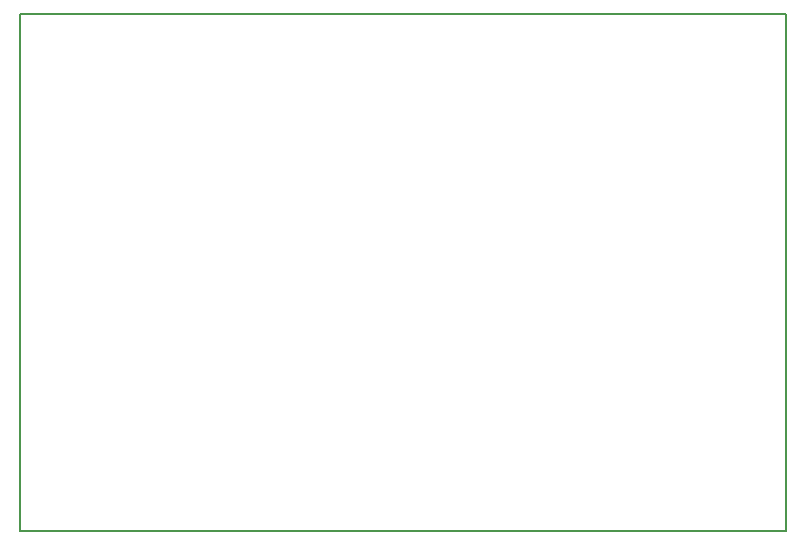
<source format=gbo>
G04 MADE WITH FRITZING*
G04 WWW.FRITZING.ORG*
G04 DOUBLE SIDED*
G04 HOLES PLATED*
G04 CONTOUR ON CENTER OF CONTOUR VECTOR*
%ASAXBY*%
%FSLAX23Y23*%
%MOIN*%
%OFA0B0*%
%SFA1.0B1.0*%
%ADD10R,2.559060X1.732280X2.543060X1.716280*%
%ADD11C,0.008000*%
%LNSILK0*%
G90*
G70*
G54D11*
X4Y1728D02*
X2555Y1728D01*
X2555Y4D01*
X4Y4D01*
X4Y1728D01*
D02*
G04 End of Silk0*
M02*
</source>
